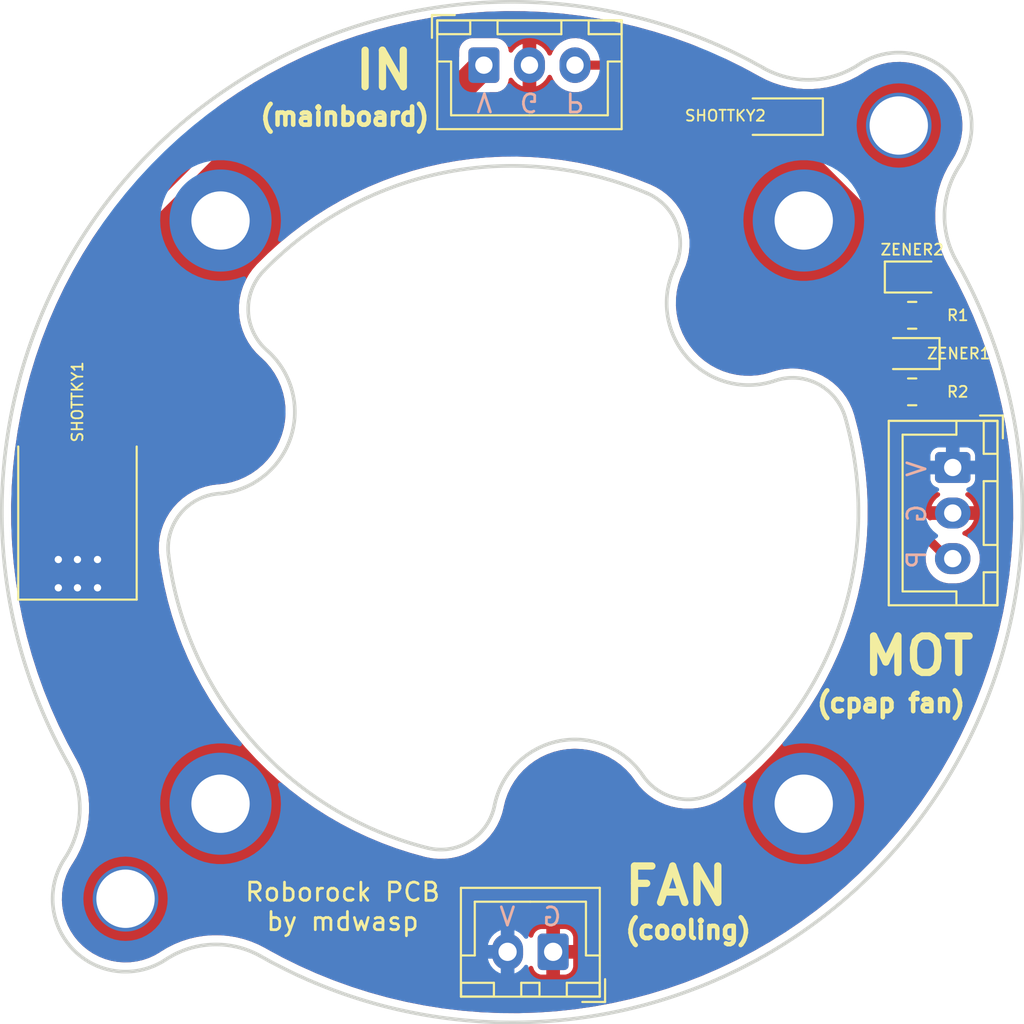
<source format=kicad_pcb>
(kicad_pcb (version 20211014) (generator pcbnew)
  (layers (0 "F.Cu" signal) (31 "B.Cu" signal) (34 "B.Paste" user) (35 "F.Paste" user) (36 "B.SilkS" user "B.Silkscreen") (37 "F.SilkS" user "F.Silkscreen") (38 "B.Mask" user) (39 "F.Mask" user) (44 "Edge.Cuts" user))
  (net 0 "")
  (net 1 "VCC")
  (net 2 "GND")
  (net 3 "PWM_IN")
  (net 4 "VCC_FUSED")
  (net 5 "PWM_OUT")
  (net 6 "Net-(R1-Pad2)")
  (footprint "Diode_SMD:D_SOD-323" (layer "F.Cu") (at 176 82.15)
    (fp_text reference "ZENER2" (at 0 -1.5) (layer "F.SilkS") (effects (font (size 0.6 0.6) (thickness 0.1))))
    (fp_text value "BZT52C5V1S" hide)
    (fp_line (start -1.5 -0.85) (end 1.05 -0.85) (layer "F.SilkS") (width 0.12))
    (fp_line (start -1.5 0.85) (end 1.05 0.85) (layer "F.SilkS") (width 0.12))
    (fp_line (start -1.5 -0.85) (end -1.5 0.85) (layer "F.SilkS") (width 0.12))
    (pad "1" smd rect (at -1.05 0) (size 0.6 0.45) (layers "F.Cu" "F.Paste" "F.Mask") (net 6 "Net-(R1-Pad2)"))
    (pad "2" smd rect (at 1.05 0) (size 0.6 0.45) (layers "F.Cu" "F.Paste" "F.Mask") (net 2 "GND"))
  )
  (footprint "Resistor_SMD:R_0805_2012Metric" (layer "F.Cu") (at 176 88.45 180)
    (fp_text reference "R2" (at -2.5 0) (layer "F.SilkS") (effects (font (size 0.6 0.6) (thickness 0.1))))
    (fp_text value "10K" hide)
    (fp_line (start -0.227064 -0.735) (end 0.227064 -0.735) (layer "F.SilkS") (width 0.12))
    (fp_line (start -0.227064 0.735) (end 0.227064 0.735) (layer "F.SilkS") (width 0.12))
    (pad "1" smd roundrect (at -0.9125 0 180) (size 1.025 1.4) (layers "F.Cu" "F.Paste" "F.Mask") (roundrect_rratio 0.243902439) (net 5 "PWM_OUT"))
    (pad "2" smd roundrect (at 0.9125 0 180) (size 1.025 1.4) (layers "F.Cu" "F.Paste" "F.Mask") (roundrect_rratio 0.243902439) (net 2 "GND"))
  )
  (footprint "Diode_SMD:D_SOD-123F" (layer "F.Cu") (at 168.9 73.35 180)
    (fp_text reference "SHOTTKY2" (at 3.15 0.05) (layer "F.SilkS") (effects (font (size 0.6 0.6) (thickness 0.1))))
    (fp_text value "MDD DSK24" hide)
    (fp_line (start -2.2 1) (end 1.65 1) (layer "F.SilkS") (width 0.12))
    (fp_line (start -2.2 -1) (end 1.65 -1) (layer "F.SilkS") (width 0.12))
    (fp_line (start -2.2 -1) (end -2.2 1) (layer "F.SilkS") (width 0.12))
    (pad "1" smd rect (at -1.4 0 180) (size 1.1 1.1) (layers "F.Cu" "F.Paste" "F.Mask") (net 6 "Net-(R1-Pad2)"))
    (pad "2" smd rect (at 1.4 0 180) (size 1.1 1.1) (layers "F.Cu" "F.Paste" "F.Mask") (net 3 "PWM_IN"))
  )
  (footprint "MountingHole:MountingHole_3.2mm_M3_DIN965_Pad_TopOnly" (layer "F.Cu") (at 132.836798 116.263203)
    (fp_text reference "H1" hide)
    (fp_text value "MountingHole_3.2mm_M3_DIN965_Pad_TopOnly" hide)
    (pad "1" connect circle locked (at 0 0) (size 5.6 5.6) (layers "F.Cu" "F.Mask") (net 2 "GND"))
    (pad "1" thru_hole circle locked (at 0 0) (size 3.6 3.6) (drill 3.2) (layers *.Cu *.Mask) (net 2 "GND"))
  )
  (footprint "Connector_JST:JST_XH_B3B-XH-A_1x03_P2.50mm_Vertical" (layer "F.Cu") (at 178.225 92.6 -90)
    (fp_text reference "J2" hide)
    (fp_text value "MOTOR" hide)
    (fp_line (start 7.56 -2.46) (end -2.56 -2.46) (layer "F.SilkS") (width 0.12))
    (fp_line (start -2.56 3.51) (end 7.56 3.51) (layer "F.SilkS") (width 0.12))
    (fp_line (start 0.75 -2.45) (end 0.75 -1.7) (layer "F.SilkS") (width 0.12))
    (fp_line (start -1.6 -2.75) (end -2.85 -2.75) (layer "F.SilkS") (width 0.12))
    (fp_line (start 7.56 3.51) (end 7.56 -2.46) (layer "F.SilkS") (width 0.12))
    (fp_line (start -1.8 2.75) (end 2.5 2.75) (layer "F.SilkS") (width 0.12))
    (fp_line (start 5.75 -1.7) (end 7.55 -1.7) (layer "F.SilkS") (width 0.12))
    (fp_line (start 7.55 -0.2) (end 6.8 -0.2) (layer "F.SilkS") (width 0.12))
    (fp_line (start 4.25 -1.7) (end 4.25 -2.45) (layer "F.SilkS") (width 0.12))
    (fp_line (start -1.8 -0.2) (end -1.8 2.75) (layer "F.SilkS") (width 0.12))
    (fp_line (start -2.55 -0.2) (end -1.8 -0.2) (layer "F.SilkS") (width 0.12))
    (fp_line (start -2.85 -2.75) (end -2.85 -1.5) (layer "F.SilkS") (width 0.12))
    (fp_line (start 6.8 2.75) (end 2.5 2.75) (layer "F.SilkS") (width 0.12))
    (fp_line (start 0.75 -1.7) (end 4.25 -1.7) (layer "F.SilkS") (width 0.12))
    (fp_line (start 5.75 -2.45) (end 5.75 -1.7) (layer "F.SilkS") (width 0.12))
    (fp_line (start -0.75 -2.45) (end -2.55 -2.45) (layer "F.SilkS") (width 0.12))
    (fp_line (start 7.55 -1.7) (end 7.55 -2.45) (layer "F.SilkS") (width 0.12))
    (fp_line (start -2.55 -2.45) (end -2.55 -1.7) (layer "F.SilkS") (width 0.12))
    (fp_line (start -2.56 -2.46) (end -2.56 3.51) (layer "F.SilkS") (width 0.12))
    (fp_line (start 7.55 -2.45) (end 5.75 -2.45) (layer "F.SilkS") (width 0.12))
    (fp_line (start -0.75 -1.7) (end -0.75 -2.45) (layer "F.SilkS") (width 0.12))
    (fp_line (start 4.25 -2.45) (end 0.75 -2.45) (layer "F.SilkS") (width 0.12))
    (fp_line (start -2.55 -1.7) (end -0.75 -1.7) (layer "F.SilkS") (width 0.12))
    (fp_line (start 6.8 -0.2) (end 6.8 2.75) (layer "F.SilkS") (width 0.12))
    (pad "1" thru_hole roundrect (at 0 0 270) (size 1.7 1.95) (drill 0.95) (layers *.Cu *.Mask) (roundrect_rratio 0.1470588235) (net 4 "VCC_FUSED"))
    (pad "2" thru_hole oval (at 2.5 0 270) (size 1.7 1.95) (drill 0.95) (layers *.Cu *.Mask) (net 2 "GND"))
    (pad "3" thru_hole oval (at 5 0 270) (size 1.7 1.95) (drill 0.95) (layers *.Cu *.Mask) (net 5 "PWM_OUT"))
  )
  (footprint "Connector_JST:JST_XH_B3B-XH-A_1x03_P2.50mm_Vertical" (layer "F.Cu") (at 152.5 70.525)
    (fp_text reference "J1" hide)
    (fp_text value "INPUT" hide)
    (fp_line (start -2.55 -2.45) (end -2.55 -1.7) (layer "F.SilkS") (width 0.12))
    (fp_line (start -1.6 -2.75) (end -2.85 -2.75) (layer "F.SilkS") (width 0.12))
    (fp_line (start 7.55 -1.7) (end 7.55 -2.45) (layer "F.SilkS") (width 0.12))
    (fp_line (start -2.85 -2.75) (end -2.85 -1.5) (layer "F.SilkS") (width 0.12))
    (fp_line (start 7.56 -2.46) (end -2.56 -2.46) (layer "F.SilkS") (width 0.12))
    (fp_line (start 4.25 -2.45) (end 0.75 -2.45) (layer "F.SilkS") (width 0.12))
    (fp_line (start -0.75 -2.45) (end -2.55 -2.45) (layer "F.SilkS") (width 0.12))
    (fp_line (start -1.8 2.75) (end 2.5 2.75) (layer "F.SilkS") (width 0.12))
    (fp_line (start 4.25 -1.7) (end 4.25 -2.45) (layer "F.SilkS") (width 0.12))
    (fp_line (start -2.55 -1.7) (end -0.75 -1.7) (layer "F.SilkS") (width 0.12))
    (fp_line (start 6.8 -0.2) (end 6.8 2.75) (layer "F.SilkS") (width 0.12))
    (fp_line (start -2.56 -2.46) (end -2.56 3.51) (layer "F.SilkS") (width 0.12))
    (fp_line (start 5.75 -2.45) (end 5.75 -1.7) (layer "F.SilkS") (width 0.12))
    (fp_line (start 7.55 -2.45) (end 5.75 -2.45) (layer "F.SilkS") (width 0.12))
    (fp_line (start -2.55 -0.2) (end -1.8 -0.2) (layer "F.SilkS") (width 0.12))
    (fp_line (start 7.56 3.51) (end 7.56 -2.46) (layer "F.SilkS") (width 0.12))
    (fp_line (start -2.56 3.51) (end 7.56 3.51) (layer "F.SilkS") (width 0.12))
    (fp_line (start 5.75 -1.7) (end 7.55 -1.7) (layer "F.SilkS") (width 0.12))
    (fp_line (start 6.8 2.75) (end 2.5 2.75) (layer "F.SilkS") (width 0.12))
    (fp_line (start 0.75 -2.45) (end 0.75 -1.7) (layer "F.SilkS") (width 0.12))
    (fp_line (start -0.75 -1.7) (end -0.75 -2.45) (layer "F.SilkS") (width 0.12))
    (fp_line (start -1.8 -0.2) (end -1.8 2.75) (layer "F.SilkS") (width 0.12))
    (fp_line (start 0.75 -1.7) (end 4.25 -1.7) (layer "F.SilkS") (width 0.12))
    (fp_line (start 7.55 -0.2) (end 6.8 -0.2) (layer "F.SilkS") (width 0.12))
    (pad "1" thru_hole roundrect (at 0 0) (size 1.7 1.95) (drill 0.95) (layers *.Cu *.Mask) (roundrect_rratio 0.1470588235) (net 1 "VCC"))
    (pad "2" thru_hole oval (at 2.5 0) (size 1.7 1.95) (drill 0.95) (layers *.Cu *.Mask) (net 2 "GND"))
    (pad "3" thru_hole oval (at 5 0) (size 1.7 1.95) (drill 0.95) (layers *.Cu *.Mask) (net 3 "PWM_IN"))
  )
  (footprint "Diode_SMD:D_SMC" (layer "F.Cu") (at 130.2 95.05 90)
    (fp_text reference "SHOTTKY1" (at 6.05 0 90) (layer "F.SilkS") (effects (font (size 0.6 0.6) (thickness 0.1))))
    (fp_text value "SS56")
    (fp_line (start -4.8 3.25) (end -4.8 -3.25) (layer "F.SilkS") (width 0.12))
    (fp_line (start -4.8 -3.25) (end 3.6 -3.25) (layer "F.SilkS") (width 0.12))
    (fp_line (start -4.8 3.25) (end 3.6 3.25) (layer "F.SilkS") (width 0.12))
    (pad "1" smd rect (at -3.4 0 180) (size 3.3 2.5) (layers "F.Cu" "F.Paste" "F.Mask") (net 4 "VCC_FUSED"))
    (pad "2" smd rect (at 3.4 0 180) (size 3.3 2.5) (layers "F.Cu" "F.Paste" "F.Mask") (net 1 "VCC"))
  )
  (footprint "Diode_SMD:D_SOD-323" (layer "F.Cu") (at 176 86.35 180)
    (fp_text reference "ZENER1" (at -2.55 0) (layer "F.SilkS") (effects (font (size 0.6 0.6) (thickness 0.1))))
    (fp_text value "BZT52C5V1S" hide)
    (fp_line (start -1.5 -0.85) (end 1.05 -0.85) (layer "F.SilkS") (width 0.12))
    (fp_line (start -1.5 0.85) (end 1.05 0.85) (layer "F.SilkS") (width 0.12))
    (fp_line (start -1.5 -0.85) (end -1.5 0.85) (layer "F.SilkS") (width 0.12))
    (pad "1" smd rect (at -1.05 0 180) (size 0.6 0.45) (layers "F.Cu" "F.Paste" "F.Mask") (net 5 "PWM_OUT"))
    (pad "2" smd rect (at 1.05 0 180) (size 0.6 0.45) (layers "F.Cu" "F.Paste" "F.Mask") (net 2 "GND"))
  )
  (footprint "Resistor_SMD:R_0805_2012Metric" (layer "F.Cu") (at 176 84.25 180)
    (fp_text reference "R1" (at -2.5 0) (layer "F.SilkS") (effects (font (size 0.6 0.6) (thickness 0.1))))
    (fp_text value "1K" hide)
    (fp_line (start -0.227064 0.735) (end 0.227064 0.735) (layer "F.SilkS") (width 0.12))
    (fp_line (start -0.227064 -0.735) (end 0.227064 -0.735) (layer "F.SilkS") (width 0.12))
    (pad "1" smd roundrect (at -0.9125 0 180) (size 1.025 1.4) (layers "F.Cu" "F.Paste" "F.Mask") (roundrect_rratio 0.243902439) (net 5 "PWM_OUT"))
    (pad "2" smd roundrect (at 0.9125 0 180) (size 1.025 1.4) (layers "F.Cu" "F.Paste" "F.Mask") (roundrect_rratio 0.243902439) (net 6 "Net-(R1-Pad2)"))
  )
  (footprint "MountingHole:MountingHole_3.2mm_M3_DIN965_Pad_TopOnly" (layer "F.Cu") (at 175.263204 73.836797)
    (fp_text reference "H1" hide)
    (fp_text value "MountingHole_3.2mm_M3_DIN965_Pad_TopOnly" hide)
    (pad "1" thru_hole circle locked (at 0 0) (size 3.6 3.6) (drill 3.2) (layers *.Cu *.Mask) (net 2 "GND"))
    (pad "1" connect circle locked (at 0 0) (size 5.6 5.6) (layers "F.Cu" "F.Mask") (net 2 "GND"))
  )
  (footprint "Connector_JST:JST_XH_B2B-XH-A_1x02_P2.50mm_Vertical" (layer "F.Cu") (at 156.3 119.175 180)
    (fp_text reference "J3" hide)
    (fp_text value "FAN" hide)
    (fp_line (start -0.75 -1.7) (end -0.75 -2.45) (layer "F.SilkS") (width 0.12))
    (fp_line (start -1.8 -0.2) (end -1.8 2.75) (layer "F.SilkS") (width 0.12))
    (fp_line (start 5.05 -0.2) (end 4.3 -0.2) (layer "F.SilkS") (width 0.12))
    (fp_line (start 3.25 -1.7) (end 5.05 -1.7) (layer "F.SilkS") (width 0.12))
    (fp_line (start -1.6 -2.75) (end -2.85 -2.75) (layer "F.SilkS") (width 0.12))
    (fp_line (start -2.55 -2.45) (end -2.55 -1.7) (layer "F.SilkS") (width 0.12))
    (fp_line (start -2.55 -0.2) (end -1.8 -0.2) (layer "F.SilkS") (width 0.12))
    (fp_line (start 5.05 -1.7) (end 5.05 -2.45) (layer "F.SilkS") (width 0.12))
    (fp_line (start -2.85 -2.75) (end -2.85 -1.5) (layer "F.SilkS") (width 0.12))
    (fp_line (start 1.75 -1.7) (end 1.75 -2.45) (layer "F.SilkS") (width 0.12))
    (fp_line (start 5.05 -2.45) (end 3.25 -2.45) (layer "F.SilkS") (width 0.12))
    (fp_line (start 0.75 -2.45) (end 0.75 -1.7) (layer "F.SilkS") (width 0.12))
    (fp_line (start 0.75 -1.7) (end 1.75 -1.7) (layer "F.SilkS") (width 0.12))
    (fp_line (start -0.75 -2.45) (end -2.55 -2.45) (layer "F.SilkS") (width 0.12))
    (fp_line (start 4.3 2.75) (end 1.25 2.75) (layer "F.SilkS") (width 0.12))
    (fp_line (start -2.55 -1.7) (end -0.75 -1.7) (layer "F.SilkS") (width 0.12))
    (fp_line (start 3.25 -2.45) (end 3.25 -1.7) (layer "F.SilkS") (width 0.12))
    (fp_line (start 4.3 -0.2) (end 4.3 2.75) (layer "F.SilkS") (width 0.12))
    (fp_line (start -2.56 -2.46) (end -2.56 3.51) (layer "F.SilkS") (width 0.12))
    (fp_line (start 5.06 -2.46) (end -2.56 -2.46) (layer "F.SilkS") (width 0.12))
    (fp_line (start 5.06 3.51) (end 5.06 -2.46) (layer "F.SilkS") (width 0.12))
    (fp_line (start -1.8 2.75) (end 1.25 2.75) (layer "F.SilkS") (width 0.12))
    (fp_line (start 1.75 -2.45) (end 0.75 -2.45) (layer "F.SilkS") (width 0.12))
    (fp_line (start -2.56 3.51) (end 5.06 3.51) (layer "F.SilkS") (width 0.12))
    (pad "1" thru_hole roundrect (at 0 0 180) (size 1.7 2) (drill 1) (layers *.Cu *.Mask) (roundrect_rratio 0.1470588235) (net 2 "GND"))
    (pad "2" thru_hole oval (at 2.5 0 180) (size 1.7 2) (drill 1) (layers *.Cu *.Mask) (net 4 "VCC_FUSED"))
  )
  (footprint "MountingHole:MountingHole_3.2mm_M3_DIN965_Pad_TopOnly" (layer "B.Cu") (at 170.050001 111.05 180)
    (fp_text reference "H14" hide)
    (fp_text value "MountingHole_3.2mm_M3_DIN965_Pad_TopOnly" hide)
    (pad "1" thru_hole circle locked (at 0 0 180) (size 3.6 3.6) (drill 3.2) (layers *.Cu *.Mask) (net 2 "GND"))
    (pad "1" connect circle locked (at 0 0 180) (size 5.6 5.6) (layers "B.Cu" "B.Mask") (net 2 "GND"))
  )
  (footprint "MountingHole:MountingHole_3.2mm_M3_DIN965_Pad_TopOnly" (layer "B.Cu") (at 170.050001 79.05 180)
    (fp_text reference "H12" hide)
    (fp_text value "MountingHole_3.2mm_M3_DIN965_Pad_TopOnly" hide)
    (pad "1" connect circle locked (at 0 0 180) (size 5.6 5.6) (layers "B.Cu" "B.Mask") (net 2 "GND"))
    (pad "1" thru_hole circle locked (at 0 0 180) (size 3.6 3.6) (drill 3.2) (layers *.Cu *.Mask) (net 2 "GND"))
  )
  (footprint "MountingHole:MountingHole_3.2mm_M3_DIN965_Pad_TopOnly" (layer "B.Cu") (at 138.050001 79.05 180)
    (fp_text reference "H11" hide)
    (fp_text value "MountingHole_3.2mm_M3_DIN965_Pad_TopOnly" hide)
    (pad "1" thru_hole circle locked (at 0 0 180) (size 3.6 3.6) (drill 3.2) (layers *.Cu *.Mask) (net 2 "GND"))
    (pad "1" connect circle locked (at 0 0 180) (size 5.6 5.6) (layers "B.Cu" "B.Mask") (net 2 "GND"))
  )
  (footprint "MountingHole:MountingHole_3.2mm_M3_DIN965_Pad_TopOnly" (layer "B.Cu") (at 138.050001 111.05 180)
    (fp_text reference "H13" hide)
    (fp_text value "MountingHole_3.2mm_M3_DIN965_Pad_TopOnly" hide)
    (pad "1" connect circle locked (at 0 0 180) (size 5.6 5.6) (layers "B.Cu" "B.Mask") (net 2 "GND"))
    (pad "1" thru_hole circle locked (at 0 0 180) (size 3.6 3.6) (drill 3.2) (layers *.Cu *.Mask) (net 2 "GND"))
  )
  (gr_arc (start 153.083514 111.14863) (mid 151.744798 113.100296) (end 149.40784 113.474178) (layer "Edge.Cuts") (width 0.2))
  (gr_arc (start 168.475067 87.837687) (mid 163.654791 86.558037) (end 162.975377 81.617291) (layer "Edge.Cuts") (width 0.2))
  (gr_arc (start 140.415275 81.817682) (mid 150.268141 76.430184) (end 161.442083 77.54694) (layer "Edge.Cuts") (width 0.2))
  (gr_arc (start 129.680346 108.838399) (mid 130.325634 111.473444) (end 129.499831 114.057608) (layer "Edge.Cuts") (width 0.2))
  (gr_arc (start 178.419656 81.261601) (mid 177.77437 78.626557) (end 178.600171 76.042392) (layer "Edge.Cuts") (width 0.2))
  (gr_arc (start 135.042393 119.60017) (mid 130.00837 119.091631) (end 129.499831 114.057608) (layer "Edge.Cuts") (width 0.2))
  (gr_arc (start 140.591422 86.163683) (mid 139.570588 84.028488) (end 140.415275 81.817682) (layer "Edge.Cuts") (width 0.2))
  (gr_arc (start 178.419656 81.261601) (mid 173.848991 114.84899) (end 140.261602 119.419655) (layer "Edge.Cuts") (width 0.2))
  (gr_arc (start 173.057609 70.49983) (mid 170.473444 71.325635) (end 167.8384 70.680345) (layer "Edge.Cuts") (width 0.2))
  (gr_arc (start 173.057609 70.49983) (mid 178.091632 71.008369) (end 178.600171 76.042392) (layer "Edge.Cuts") (width 0.2))
  (gr_arc (start 135.195865 97.399799) (mid 135.853261 95.126258) (end 137.954246 94.036752) (layer "Edge.Cuts") (width 0.2))
  (gr_arc (start 168.475067 87.837687) (mid 170.834616 88.021218) (end 172.326888 89.85814) (layer "Edge.Cuts") (width 0.2))
  (gr_arc (start 129.680346 108.838399) (mid 134.251011 75.25101) (end 167.8384 70.680345) (layer "Edge.Cuts") (width 0.2))
  (gr_arc (start 153.083514 111.14863) (mid 156.601862 107.613974) (end 161.22038 109.495957) (layer "Edge.Cuts") (width 0.2))
  (gr_arc (start 161.442083 77.54694) (mid 163.082328 79.253032) (end 162.975377 81.617291) (layer "Edge.Cuts") (width 0.2))
  (gr_arc (start 172.326888 89.85814) (mid 172.066164 101.084722) (end 165.512055 110.203261) (layer "Edge.Cuts") (width 0.2))
  (gr_arc (start 135.042393 119.60017) (mid 137.626557 118.774367) (end 140.261602 119.419655) (layer "Edge.Cuts") (width 0.2))
  (gr_arc (start 149.40784 113.474178) (mid 139.815697 107.635094) (end 135.195865 97.399799) (layer "Edge.Cuts") (width 0.2))
  (gr_arc (start 165.512055 110.203261) (mid 163.214414 110.770707) (end 161.22038 109.495957) (layer "Edge.Cuts") (width 0.2))
  (gr_arc (start 140.591422 86.163683) (mid 141.89335 90.977989) (end 137.954246 94.036752) (layer "Edge.Cuts") (width 0.2))
  (gr_text "V  G  P" (at 155.05 72.55 -180) (layer "B.SilkS") (effects (font (size 1 1)) (justify mirror)))
  (gr_text "V  G  P" (at 176.25 95.2 90) (layer "B.SilkS") (effects (font (size 1 1)) (justify mirror)))
  (gr_text "G  V" (at 155.05 117.25) (layer "B.SilkS") (effects (font (size 1 1)) (justify mirror)))
  (gr_text "(cooling)" (at 163.71 117.97) (layer "F.SilkS") (effects (font (size 1 1) (thickness 0.25))))
  (gr_text "IN" (at 147.03 70.8) (layer "F.SilkS") (effects (font (size 2 2) (thickness 0.4))))
  (gr_text "FAN" (at 163.05 115.56) (layer "F.SilkS") (effects (font (size 2 2) (thickness 0.4))))
  (gr_text "(mainboard)" (at 144.87 73.34) (layer "F.SilkS") (effects (font (size 1 1) (thickness 0.25))))
  (gr_text "(cpap fan)" (at 174.84 105.52) (layer "F.SilkS") (effects (font (size 1 1) (thickness 0.25))))
  (gr_text "MOT" (at 176.36 102.94) (layer "F.SilkS") (effects (font (size 2 2) (thickness 0.4))))
  (gr_text "Roborock PCB\nby mdwasp" (at 144.75 116.7) (layer "F.SilkS") (effects (font (size 1 1))))
  (segment (start 130.2 91.65) (end 132.85 89) (width 1.5) (layer "F.Cu") (net 1))
  (segment (start 132.85 89) (end 132.85 79.31132) (width 1.5) (layer "F.Cu") (net 1))
  (segment (start 133.28934 78.25066) (end 136.80066 74.73934) (width 1.5) (layer "F.Cu") (net 1))
  (segment (start 137.86132 74.3) (end 148.725 74.3) (width 1.5) (layer "F.Cu") (net 1))
  (segment (start 148.725 74.3) (end 152.5 70.525) (width 1.5) (layer "F.Cu") (net 1))
  (arc (start 136.80066 74.73934) (mid 137.287295 74.414181) (end 137.86132 74.3) (width 1.5) (layer "F.Cu") (net 1))
  (arc (start 133.28934 78.25066) (mid 132.964181 78.737295) (end 132.85 79.31132) (width 1.5) (layer "F.Cu") (net 1))
  (segment (start 164.675 70.525) (end 167.5 73.35) (width 0.5) (layer "F.Cu") (net 3))
  (segment (start 157.5 70.525) (end 164.675 70.525) (width 0.5) (layer "F.Cu") (net 3))
  (via (at 131.3 99.2) (size 0.8) (drill 0.4) (layers "F.Cu" "B.Cu") (net 4))
  (via (at 130.2 97.65) (size 0.8) (drill 0.4) (layers "F.Cu" "B.Cu") (net 4))
  (via (at 130.2 99.2) (size 0.8) (drill 0.4) (layers "F.Cu" "B.Cu") (net 4))
  (via (at 129.15 97.65) (size 0.8) (drill 0.4) (layers "F.Cu" "B.Cu") (net 4))
  (via (at 129.15 99.2) (size 0.8) (drill 0.4) (layers "F.Cu" "B.Cu") (net 4))
  (via (at 131.3 97.65) (size 0.8) (drill 0.4) (layers "F.Cu" "B.Cu") (net 4))
  (segment (start 176.9125 86.2125) (end 176.9125 84.25) (width 0.5) (layer "F.Cu") (net 5))
  (segment (start 177.05 86.35) (end 177.05 88.3125) (width 0.5) (layer "F.Cu") (net 5))
  (segment (start 177.95 97.6) (end 178.225 97.6) (width 0.25) (layer "F.Cu") (net 5))
  (segment (start 175.85 95.5) (end 177.95 97.6) (width 0.5) (layer "F.Cu") (net 5))
  (segment (start 177.05 88.3125) (end 176.9125 88.45) (width 0.25) (layer "F.Cu") (net 5))
  (segment (start 175.85 91.2) (end 175.85 95.5) (width 0.5) (layer "F.Cu") (net 5))
  (segment (start 176.9125 90.1375) (end 175.85 91.2) (width 0.5) (layer "F.Cu") (net 5))
  (segment (start 177.05 86.35) (end 176.9125 86.2125) (width 0.5) (layer "F.Cu") (net 5))
  (segment (start 176.9125 88.45) (end 176.9125 90.1375) (width 0.5) (layer "F.Cu") (net 5))
  (segment (start 170.3 74) (end 174.95 78.65) (width 0.5) (layer "F.Cu") (net 6))
  (segment (start 170.3 73.35) (end 170.3 74) (width 0.5) (layer "F.Cu") (net 6))
  (segment (start 174.95 78.65) (end 174.95 82.15) (width 0.5) (layer "F.Cu") (net 6))
  (segment (start 174.95 84.1125) (end 175.0875 84.25) (width 0.5) (layer "F.Cu") (net 6))
  (segment (start 174.95 82.15) (end 174.95 84.1125) (width 0.5) (layer "F.Cu") (net 6))
  (zone locked (net 2) (net_name "GND") (layer "F.Cu") (name "Ground") (connect_pads (clearance 0.508)) (min_thickness 0.254) (fill yes (thermal_gap 0.25) (thermal_bridge_width 0.75))
    (polygon (pts (arc (start 167.8384 70.680345) (mid 134.251011 75.25101) (end 129.680346 108.838399)) (arc (start 129.680346 108.838399) (mid 130.325634 111.473444) (end 129.499831 114.057608)) (arc (start 129.499831 114.057608) (mid 130.00837 119.091631) (end 135.042393 119.60017)) (arc (start 135.042393 119.60017) (mid 137.626557 118.774367) (end 140.261602 119.419655)) (arc (start 140.261602 119.419655) (mid 173.848991 114.84899) (end 178.419656 81.261601)) (arc (start 178.419656 81.261601) (mid 177.77437 78.626557) (end 178.600171 76.042392)) (arc (start 178.600171 76.042392) (mid 178.091632 71.008369) (end 173.057609 70.49983)) (arc (start 173.057609 70.49983) (mid 170.473444 71.325635) (end 167.8384 70.680345))))
  )
  (zone locked (net 4) (net_name "VCC_FUSED") (layer "B.Cu") (name "VCC Fused") (connect_pads (clearance 0.508)) (min_thickness 0.254) (fill yes (thermal_gap 0.25) (thermal_bridge_width 0.75))
    (polygon (pts (arc (start 167.8384 70.680345) (mid 134.251011 75.25101) (end 129.680346 108.838399)) (arc (start 129.680346 108.838399) (mid 130.325634 111.473444) (end 129.499831 114.057608)) (arc (start 129.499831 114.057608) (mid 130.00837 119.091631) (end 135.042393 119.60017)) (arc (start 135.042393 119.60017) (mid 137.626557 118.774367) (end 140.261602 119.419655)) (arc (start 140.261602 119.419655) (mid 173.848991 114.84899) (end 178.419656 81.261601)) (arc (start 178.419656 81.261601) (mid 177.77437 78.626557) (end 178.600171 76.042392)) (arc (start 178.600171 76.042392) (mid 178.091632 71.008369) (end 173.057609 70.49983)) (arc (start 173.057609 70.49983) (mid 170.473444 71.325635) (end 167.8384 70.680345))))
  )
)
</source>
